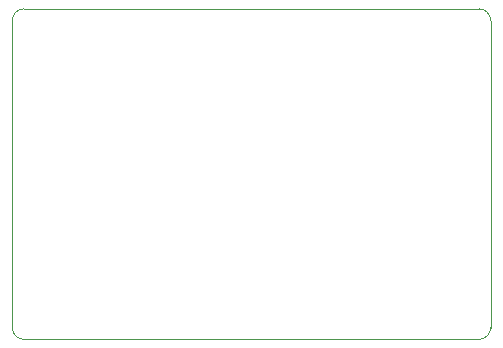
<source format=gm1>
%TF.GenerationSoftware,KiCad,Pcbnew,(5.1.8-0-10_14)*%
%TF.CreationDate,2021-06-26T19:26:30+01:00*%
%TF.ProjectId,serge-gain-cell,73657267-652d-4676-9169-6e2d63656c6c,rev?*%
%TF.SameCoordinates,Original*%
%TF.FileFunction,Profile,NP*%
%FSLAX46Y46*%
G04 Gerber Fmt 4.6, Leading zero omitted, Abs format (unit mm)*
G04 Created by KiCad (PCBNEW (5.1.8-0-10_14)) date 2021-06-26 19:26:30*
%MOMM*%
%LPD*%
G01*
G04 APERTURE LIST*
%TA.AperFunction,Profile*%
%ADD10C,0.050000*%
%TD*%
G04 APERTURE END LIST*
D10*
X124000000Y-54500000D02*
G75*
G02*
X125000000Y-53500000I1000000J0D01*
G01*
X125000000Y-81500000D02*
G75*
G02*
X124000000Y-80500000I0J1000000D01*
G01*
X164500000Y-80500000D02*
G75*
G02*
X163500000Y-81500000I-1000000J0D01*
G01*
X163500000Y-53500000D02*
G75*
G02*
X164500000Y-54500000I0J-1000000D01*
G01*
X124000000Y-80500000D02*
X124000000Y-54500000D01*
X163500000Y-81500000D02*
X125000000Y-81500000D01*
X164500000Y-54500000D02*
X164500000Y-80500000D01*
X125000000Y-53500000D02*
X163500000Y-53500000D01*
M02*

</source>
